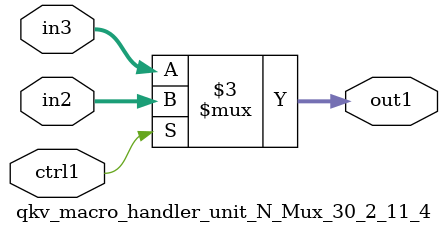
<source format=v>

`timescale 1ps / 1ps


module qkv_macro_handler_unit_N_Mux_30_2_11_4( in3, in2, ctrl1, out1 );

    input [29:0] in3;
    input [29:0] in2;
    input ctrl1;
    output [29:0] out1;
    reg [29:0] out1;

    
    // rtl_process:qkv_macro_handler_unit_N_Mux_30_2_11_4/qkv_macro_handler_unit_N_Mux_30_2_11_4_thread_1
    always @*
      begin : qkv_macro_handler_unit_N_Mux_30_2_11_4_thread_1
        case (ctrl1) 
          1'b1: 
            begin
              out1 = in2;
            end
          default: 
            begin
              out1 = in3;
            end
        endcase
      end

endmodule



</source>
